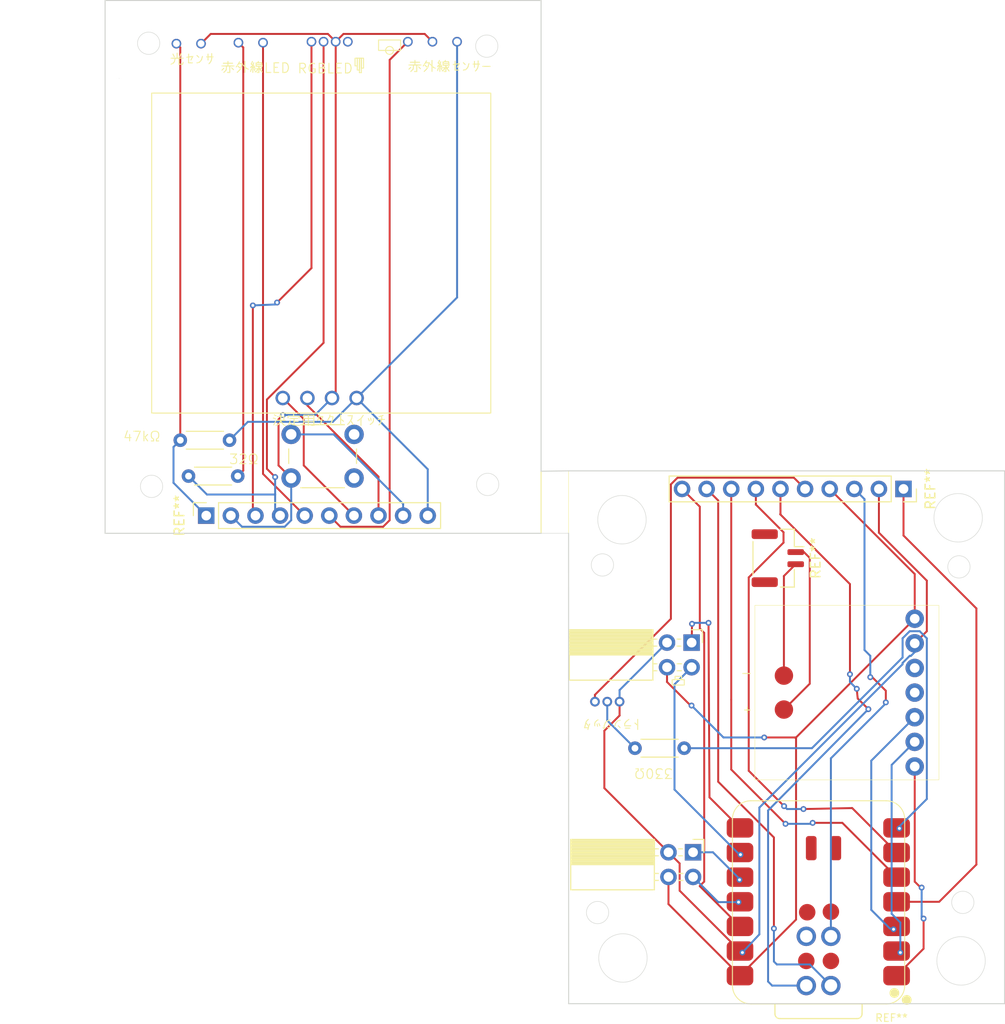
<source format=kicad_pcb>
(kicad_pcb (version 20240108) (generator "pcbnew") (generator_version "8.0")
  (layers (0 "F.Cu" signal) (31 "B.Cu" signal) (34 "B.Paste" user) (35 "F.Paste" user) (36 "B.SilkS" user "B.Silkscreen") (37 "F.SilkS" user "F.Silkscreen") (38 "B.Mask" user) (39 "F.Mask" user) (44 "Edge.Cuts" user))
  (net 0 "")
  (net 1 "5V")
  (net 2 "GND")
  (net 3 "1")
  (net 4 "2")
  (net 5 "3")
  (net 6 "4")
  (net 7 "5")
  (net 8 "6")
  (net 9 "7")
  (net 10 "8")
  (net 11 "9")
  (net 12 "10")
  (net 13 "11")
  (net 14 "IR")
  (net 15 "R_LED")
  (net 16 "A_GND")
  (net 17 "A_V")
  (net 18 "3.3V")
  (net 19 "R_T")
  (net 20 "13")
  (net 21 "14")
  (net 22 "15")
  (footprint "Resistor_THT:R_Axial_DIN0204_L3.6mm_D1.6mm_P5.08mm_Horizontal" (layer "F.Cu") (at 84.06 82.8)
    (property "Reference" "REF**" (hide yes))
    (property "Value" "R_Axial_DIN0204_L3.6mm_D1.6mm_P5.08mm_Horizontal")
    (pad "1" thru_hole circle (at 0 0) (size 1.4 1.4) (drill 0.7) (layers "*.Cu" "*.Mask") (net 1 "5V"))
    (pad "2" thru_hole oval (at 5.08 0) (size 1.4 1.4) (drill 0.7) (layers "*.Cu" "*.Mask") (net 15 "R_LED"))
  )
  (footprint "_kicad_footprints:XIAO-ESP32C6-SMD" (layer "F.Cu") (at 148.865 126.725 180)
    (property "Reference" "REF**" (at -9.5 -11.5 0) (layer "F.SilkS") (effects (font (size 0.78232 0.78232) (thickness 0.10668)) (justify right top)))
    (property "Value" "XIAO-ESP32-C6-SMD")
    (pad "1" smd roundrect (at -8.2816 -7.5985 180) (size 2.75 2) (layers "F.Cu" "F.Paste" "F.Mask") (net 3 "1"))
    (pad "2" smd roundrect (at -8.2816 -5.0585 180) (size 2.75 2) (layers "F.Cu" "F.Paste" "F.Mask") (net 4 "2"))
    (pad "3" smd roundrect (at -8.2816 -2.5185 180) (size 2.75 2) (layers "F.Cu" "F.Paste" "F.Mask") (net 5 "3"))
    (pad "4" smd roundrect (at -8.2816 0.0215 180) (size 2.75 2) (layers "F.Cu" "F.Paste" "F.Mask") (net 6 "4"))
    (pad "5" smd roundrect (at -8.2816 2.5615 180) (size 2.75 2) (layers "F.Cu" "F.Paste" "F.Mask") (net 7 "5"))
    (pad "6" smd roundrect (at -8.2816 5.1015 180) (size 2.75 2) (layers "F.Cu" "F.Paste" "F.Mask") (net 8 "6"))
    (pad "7" smd roundrect (at -8.2816 7.6415 180) (size 2.75 2) (layers "F.Cu" "F.Paste" "F.Mask") (net 9 "7"))
    (pad "8" smd roundrect (at 7.8834 7.6415 180) (size 2.75 2) (layers "F.Cu" "F.Paste" "F.Mask") (net 10 "8"))
    (pad "9" smd roundrect (at 7.8834 5.1015 180) (size 2.75 2) (layers "F.Cu" "F.Paste" "F.Mask") (net 11 "9"))
    (pad "10" smd roundrect (at 7.8834 2.5615 180) (size 2.75 2) (layers "F.Cu" "F.Paste" "F.Mask") (net 12 "10"))
    (pad "11" smd roundrect (at 7.8834 0.0215 180) (size 2.75 2) (layers "F.Cu" "F.Paste" "F.Mask") (net 13 "11"))
    (pad "12" smd roundrect (at 7.8834 -2.5185 180) (size 2.75 2) (layers "F.Cu" "F.Paste" "F.Mask") (net 18 "3.3V"))
    (pad "13" smd roundrect (at 7.8834 -5.0585 180) (size 2.75 2) (layers "F.Cu" "F.Paste" "F.Mask") (net 2 "GND"))
    (pad "14" smd roundrect (at 7.8834 -7.5985 180) (size 2.75 2) (layers "F.Cu" "F.Paste" "F.Mask") (net 1 "5V"))
    (pad "15" smd roundrect (at -2.008 5.5532 90) (size 2.5 1.1) (layers "F.Cu" "F.Paste" "F.Mask"))
    (pad "16" smd roundrect (at 0.532 5.5532 90) (size 2.5 1.1) (layers "F.Cu" "F.Paste" "F.Mask"))
    (pad "17" thru_hole circle (at -1.5 -8.62 180) (size 2 2) (drill 1.3) (layers "*.Cu" "*.Mask") (net 20 "13"))
    (pad "18" thru_hole circle (at 1.04 -8.62 180) (size 2 2) (drill 1.3) (layers "*.Cu" "*.Mask") (net 21 "14"))
    (pad "19" smd circle (at -1.5 -6.08 180) (size 1.7 1.7) (layers "F.Cu" "F.Paste" "F.Mask"))
    (pad "20" smd circle (at 1.04 -6.08 180) (size 1.7 1.7) (layers "F.Cu" "F.Paste" "F.Mask"))
    (pad "21" thru_hole circle (at -1.5 -3.54 180) (size 2 2) (drill 1.3) (layers "*.Cu" "*.Mask") (net 22 "15"))
    (pad "22" thru_hole circle (at 1.04 -3.54 180) (size 2 2) (drill 1.3) (layers "*.Cu" "*.Mask"))
    (pad "23" smd circle (at -1.5 -1 180) (size 1.7 1.7) (layers "F.Cu" "F.Paste" "F.Mask"))
    (pad "24" smd circle (at 0.9474 -1.0568 180) (size 1.7 1.7) (layers "F.Cu" "F.Paste" "F.Mask"))
  )
  (footprint "" (layer "F.Cu") (at 98.87 74.75)
    (property "Reference" "15" (hide yes))
    (property "Value" "")
    (pad "" thru_hole circle (at 0 0 180) (size 1.5 1.5) (drill 1) (layers "*.Cu" "*.Mask") (net 2 "GND"))
  )
  (footprint "Resistor_THT:R_Axial_DIN0204_L3.6mm_D1.6mm_P5.08mm_Horizontal" (layer "F.Cu") (at 88.29 79.1 180)
    (property "Reference" "REF**" (hide yes))
    (property "Value" "R_Axial_DIN0204_L3.6mm_D1.6mm_P5.08mm_Horizontal")
    (pad "1" thru_hole circle (at 0 0 180) (size 1.4 1.4) (drill 0.7) (layers "*.Cu" "*.Mask") (net 18 "3.3V"))
    (pad "2" thru_hole oval (at 5.08 0 180) (size 1.4 1.4) (drill 0.7) (layers "*.Cu" "*.Mask") (net 6 "4"))
  )
  (footprint "" (layer "F.Cu") (at 96.75 38)
    (property "Reference" "" (at 33.34 58.975 180) (layer "F.SilkS") (effects (font (size 1.27 1.27))))
    (property "Value" "")
    (pad "" thru_hole circle (at 0 0 180) (size 1 1) (drill 0.7) (layers "*.Cu" "*.Mask") (net 22 "15"))
  )
  (footprint "Connector_PinSocket_2.54mm:PinSocket_1x10_P2.54mm_Vertical" (layer "F.Cu") (at 157.86 84.125 -90)
    (property "Reference" "REF**" (at 0 -2.77 90) (layer "F.SilkS"))
    (property "Value" "PinSocket_1x10_P2.54mm_Vertical")
    (pad "" thru_hole oval (at 0 7.62 270) (size 1.7 1.7) (drill 1) (layers "*.Cu" "*.Mask") (net 1 "5V"))
    (pad "1" thru_hole rect (at 0 0 270) (size 1.7 1.7) (drill 1) (layers "*.Cu" "*.Mask") (net 6 "4"))
    (pad "2" thru_hole oval (at 0 2.54 270) (size 1.7 1.7) (drill 1) (layers "*.Cu" "*.Mask") (net 2 "GND"))
    (pad "3" thru_hole oval (at 0 5.08 270) (size 1.7 1.7) (drill 1) (layers "*.Cu" "*.Mask") (net 22 "15"))
    (pad "5" thru_hole oval (at 0 10.16 270) (size 1.7 1.7) (drill 1) (layers "*.Cu" "*.Mask") (net 14 "IR"))
    (pad "6" thru_hole oval (at 0 12.7 270) (size 1.7 1.7) (drill 1) (layers "*.Cu" "*.Mask") (net 21 "14"))
    (pad "7" thru_hole oval (at 0 15.24 270) (size 1.7 1.7) (drill 1) (layers "*.Cu" "*.Mask") (net 8 "6"))
    (pad "8" thru_hole oval (at 0 17.78 270) (size 1.7 1.7) (drill 1) (layers "*.Cu" "*.Mask") (net 7 "5"))
    (pad "9" thru_hole oval (at 0 20.32 270) (size 1.7 1.7) (drill 1) (layers "*.Cu" "*.Mask") (net 20 "13"))
    (pad "10" thru_hole oval (at 0 22.86 270) (size 1.7 1.7) (drill 1) (layers "*.Cu" "*.Mask") (net 18 "3.3V"))
  )
  (footprint "Connector_PinSocket_2.54mm:PinSocket_2x02_P2.54mm_Horizontal" (layer "F.Cu") (at 136.14 121.6)
    (property "Reference" "dadada" (hide yes))
    (property "Value" "PinSocket_2x02_P2.54mm_Horizontal")
    (pad "1" thru_hole rect (at 0 0) (size 1.7 1.7) (drill 1) (layers "*.Cu" "*.Mask") (net 12 "10"))
    (pad "2" thru_hole oval (at -2.54 0) (size 1.7 1.7) (drill 1) (layers "*.Cu" "*.Mask") (net 2 "GND"))
    (pad "3" thru_hole oval (at 0 2.54) (size 1.7 1.7) (drill 1) (layers "*.Cu" "*.Mask") (net 13 "11"))
    (pad "4" thru_hole oval (at -2.54 2.54) (size 1.7 1.7) (drill 1) (layers "*.Cu" "*.Mask") (net 1 "5V"))
  )
  (footprint "" (layer "F.Cu") (at 128.5516 106.0635 180)
    (property "Reference" "" (at 0 0 0) (layer "F.SilkS") (effects (font (size 1.27 1.27))))
    (property "Value" "")
    (pad "" thru_hole circle (at 0 0) (size 1 1) (drill 0.6) (layers "*.Cu" "*.Mask") (net 2 "GND"))
  )
  (footprint "Button_Switch_THT:SW_PUSH_6mm_H4.3mm" (layer "F.Cu") (at 94.65 78.5)
    (property "Reference" "REF**" (hide yes))
    (property "Value" "SW_PUSH_6mm_H4.3mm")
    (pad "1" thru_hole circle (at 0 0 90) (size 2 2) (drill 1.1) (layers "*.Cu" "*.Mask") (net 20 "13"))
    (pad "1" thru_hole circle (at 6.5 0 90) (size 2 2) (drill 1.1) (layers "*.Cu" "*.Mask"))
    (pad "2" thru_hole circle (at 0 4.5 90) (size 2 2) (drill 1.1) (layers "*.Cu" "*.Mask") (net 2 "GND"))
    (pad "2" thru_hole circle (at 6.5 4.5 90) (size 2 2) (drill 1.1) (layers "*.Cu" "*.Mask"))
  )
  (footprint "" (layer "F.Cu") (at 144.665 111.579 -90)
    (property "Reference" "5" (hide yes))
    (property "Value" "" (hide yes))
    (pad "6" thru_hole circle (at -1.369 -14.35 90) (size 1.9 1.9) (drill 1) (layers "*.Cu" "*.Mask") (net 4 "2"))
  )
  (footprint "" (layer "F.Cu") (at 100.5 38)
    (property "Reference" "13" (hide yes))
    (property "Value" "")
    (pad "" thru_hole circle (at 0 0 180) (size 1 1) (drill 0.7) (layers "*.Cu" "*.Mask"))
  )
  (footprint "" (layer "F.Cu") (at 127.2816 106.0635 180)
    (property "Reference" "8" (hide yes))
    (property "Value" "")
    (pad "" thru_hole circle (at 0 0) (size 1 1) (drill 0.6) (layers "*.Cu" "*.Mask") (net 19 "R_T"))
  )
  (footprint "" (layer "F.Cu") (at 132.34 107.698 -90)
    (property "Reference" "7" (hide yes))
    (property "Value" "" (hide yes))
    (pad "6" smd circle (at -0.819 -13.175 90) (size 1.9 1.9) (layers "F.Cu" "F.Mask") (net 16 "A_GND"))
  )
  (footprint "" (layer "F.Cu") (at 126.0116 106.0635 180)
    (property "Reference" "9" (hide yes))
    (property "Value" "")
    (pad "" thru_hole circle (at 0 0) (size 1 1) (drill 0.6) (layers "*.Cu" "*.Mask") (net 14 "IR"))
  )
  (footprint "" (layer "F.Cu") (at 144.665 103.959 -90)
    (property "Reference" "2" (hide yes))
    (property "Value" "" (hide yes))
    (pad "6" thru_hole circle (at -1.369 -14.35 90) (size 1.9 1.9) (drill 1) (layers "*.Cu" "*.Mask"))
  )
  (footprint "" (layer "F.Cu") (at 101.41 74.75)
    (property "Reference" "16" (hide yes))
    (property "Value" "")
    (pad "" thru_hole circle (at 0 0 180) (size 1.5 1.5) (drill 1) (layers "*.Cu" "*.Mask") (net 18 "3.3V"))
  )
  (footprint "" (layer "F.Cu") (at 91.75 38.1)
    (property "Reference" "10" (hide yes))
    (property "Value" "")
    (pad "" thru_hole circle (at 0 0 180) (size 1 1) (drill 0.7) (layers "*.Cu" "*.Mask") (net 14 "IR"))
  )
  (footprint "" (layer "F.Cu") (at 93.79 74.75)
    (property "Reference" "" (at 0.16 0.425 0) (layer "F.SilkS") (effects (font (size 1.27 1.27))))
    (property "Value" "")
    (pad "" thru_hole circle (at 0 0 180) (size 1.5 1.5) (drill 1) (layers "*.Cu" "*.Mask") (net 8 "6"))
  )
  (footprint "" (layer "F.Cu") (at 98 38)
    (property "Reference" "11" (hide yes))
    (property "Value" "")
    (pad "" thru_hole circle (at 0 0 180) (size 1 1) (drill 0.7) (layers "*.Cu" "*.Mask") (net 1 "5V"))
  )
  (footprint "" (layer "F.Cu") (at 144.665 106.499 -90)
    (property "Reference" "3" (hide yes))
    (property "Value" "" (hide yes))
    (pad "6" thru_hole circle (at -1.369 -14.35 90) (size 1.9 1.9) (drill 1) (layers "*.Cu" "*.Mask"))
  )
  (footprint "" (layer "F.Cu") (at 132.34 104.198 -90)
    (property "Reference" "2" (hide yes))
    (property "Value" "" (hide yes))
    (pad "6" smd circle (at -0.819 -13.175 90) (size 1.9 1.9) (layers "F.Cu" "F.Mask") (net 17 "A_V"))
  )
  (footprint "" (layer "F.Cu") (at 144.665 109.039 -90)
    (property "Reference" "4" (hide yes))
    (property "Value" "" (hide yes))
    (pad "6" thru_hole circle (at -1.369 -14.35 90) (size 1.9 1.9) (drill 1) (layers "*.Cu" "*.Mask") (net 5 "3"))
  )
  (footprint "" (layer "F.Cu") (at 82.81 38.2)
    (property "Reference" "" (at 0 0 0) (layer "F.SilkS") (effects (font (size 1.27 1.27))))
    (property "Value" "")
    (pad "" thru_hole circle (at 0 0 180) (size 1 1) (drill 0.7) (layers "*.Cu" "*.Mask") (net 6 "4"))
  )
  (footprint "" (layer "F.Cu") (at 96.33 74.75)
    (property "Reference" "14" (hide yes))
    (property "Value" "")
    (pad "" thru_hole circle (at 0 0 180) (size 1.5 1.5) (drill 1) (layers "*.Cu" "*.Mask") (net 7 "5"))
  )
  (footprint "" (layer "F.Cu") (at 144.665 101.419 -90)
    (property "Reference" "1" (hide yes))
    (property "Value" "" (hide yes))
    (pad "6" thru_hole circle (at -1.369 -14.35 90) (size 1.9 1.9) (drill 1) (layers "*.Cu" "*.Mask") (net 2 "GND"))
  )
  (footprint "" (layer "F.Cu") (at 99.25 38)
    (property "Reference" "12" (hide yes))
    (property "Value" "")
    (pad "" thru_hole circle (at 0 0 180) (size 1 1) (drill 0.7) (layers "*.Cu" "*.Mask") (net 2 "GND"))
  )
  (footprint "Resistor_THT:R_Axial_DIN0204_L3.6mm_D1.6mm_P5.08mm_Horizontal" (layer "F.Cu") (at 135.2216 110.8635 180)
    (property "Reference" "REF**" (hide yes))
    (property "Value" "R_Axial_DIN0204_L3.6mm_D1.6mm_P5.08mm_Horizontal")
    (pad "1" thru_hole circle (at 0 0 180) (size 1.4 1.4) (drill 0.7) (layers "*.Cu" "*.Mask") (net 9 "7"))
    (pad "2" thru_hole oval (at 5.08 0 180) (size 1.4 1.4) (drill 0.7) (layers "*.Cu" "*.Mask") (net 19 "R_T"))
  )
  (footprint "" (layer "F.Cu") (at 106.7 38)
    (property "Reference" "" (at 0 0 0) (layer "F.SilkS") (effects (font (size 1.27 1.27))))
    (property "Value" "")
    (pad "" thru_hole circle (at 0 0 180) (size 1 1) (drill 0.7) (layers "*.Cu" "*.Mask") (net 21 "14"))
  )
  (footprint "" (layer "F.Cu") (at 144.665 98.879 -90)
    (property "Reference" "" (at 0 0 90) (layer "F.SilkS") (effects (font (size 1.27 1.27))))
    (property "Value" "")
    (pad "6" thru_hole circle (at -1.369 -14.35 90) (size 1.9 1.9) (drill 1) (layers "*.Cu" "*.Mask") (net 1 "5V"))
  )
  (footprint "Connector_PinSocket_2.54mm:PinSocket_1x10_P2.54mm_Vertical" (layer "F.Cu") (at 85.89 86.875 90)
    (property "Reference" "REF**" (at 0 -2.77 90) (layer "F.SilkS"))
    (property "Value" "PinSocket_1x10_P2.54mm_Vertical")
    (pad "" thru_hole oval (at 0 7.62 90) (size 1.7 1.7) (drill 1) (layers "*.Cu" "*.Mask") (net 1 "5V"))
    (pad "1" thru_hole rect (at 0 0 90) (size 1.7 1.7) (drill 1) (layers "*.Cu" "*.Mask") (net 6 "4"))
    (pad "2" thru_hole oval (at 0 2.54 90) (size 1.7 1.7) (drill 1) (layers "*.Cu" "*.Mask") (net 2 "GND"))
    (pad "3" thru_hole oval (at 0 5.08 90) (size 1.7 1.7) (drill 1) (layers "*.Cu" "*.Mask") (net 22 "15"))
    (pad "5" thru_hole oval (at 0 10.16 90) (size 1.7 1.7) (drill 1) (layers "*.Cu" "*.Mask") (net 14 "IR"))
    (pad "6" thru_hole oval (at 0 12.7 90) (size 1.7 1.7) (drill 1) (layers "*.Cu" "*.Mask") (net 21 "14"))
    (pad "7" thru_hole oval (at 0 15.24 90) (size 1.7 1.7) (drill 1) (layers "*.Cu" "*.Mask") (net 8 "6"))
    (pad "8" thru_hole oval (at 0 17.78 90) (size 1.7 1.7) (drill 1) (layers "*.Cu" "*.Mask") (net 7 "5"))
    (pad "9" thru_hole oval (at 0 20.32 90) (size 1.7 1.7) (drill 1) (layers "*.Cu" "*.Mask") (net 20 "13"))
    (pad "10" thru_hole oval (at 0 22.86 90) (size 1.7 1.7) (drill 1) (layers "*.Cu" "*.Mask") (net 18 "3.3V"))
  )
  (footprint "Connector_PinSocket_2.54mm:PinSocket_2x02_P2.54mm_Horizontal" (layer "F.Cu") (at 135.99 99.975)
    (property "Reference" "dawdad" (hide yes))
    (property "Value" "PinSocket_2x02_P2.54mm_Horizontal")
    (pad "1" thru_hole rect (at 0 0) (size 1.7 1.7) (drill 1) (layers "*.Cu" "*.Mask") (net 10 "8"))
    (pad "2" thru_hole oval (at -2.54 0) (size 1.7 1.7) (drill 1) (layers "*.Cu" "*.Mask") (net 2 "GND"))
    (pad "2" thru_hole oval (at -2.54 2.54) (size 1.7 1.7) (drill 1) (layers "*.Cu" "*.Mask") (net 1 "5V"))
    (pad "eeeeee" thru_hole oval (at 0 2.54) (size 1.7 1.7) (drill 1) (layers "*.Cu" "*.Mask") (net 11 "9"))
  )
  (footprint "Connector_JST:JST_GH_SM02B-GHS-TB_1x02-1MP_P1.25mm_Horizontal" (layer "F.Cu") (at 144.8816 91.2635 -90)
    (property "Reference" "REF**" (at 0 -3.9 90) (layer "F.SilkS"))
    (property "Value" "JST_GH_SM02B-GHS-TB_1x02-1MP_P1.25mm_Horizontal")
    (pad "1" smd roundrect (at -0.625 -1.85 270) (size 0.6 1.7) (layers "F.Cu" "F.Paste" "F.Mask") (net 16 "A_GND"))
    (pad "2" smd roundrect (at 0.625 -1.85 270) (size 0.6 1.7) (layers "F.Cu" "F.Paste" "F.Mask") (net 17 "A_V"))
    (pad "MP" smd roundrect (at -2.475 1.35 270) (size 1 2.7) (layers "F.Cu" "F.Paste" "F.Mask"))
    (pad "MP" smd roundrect (at 2.475 1.35 270) (size 1 2.7) (layers "F.Cu" "F.Paste" "F.Mask"))
  )
  (footprint "" (layer "F.Cu") (at 109.24 38)
    (property "Reference" "17" (hide yes))
    (property "Value" "")
    (pad "" thru_hole circle (at 0 0 180) (size 1 1) (drill 0.7) (layers "*.Cu" "*.Mask") (net 2 "GND"))
  )
  (footprint "" (layer "F.Cu") (at 85.35 38.2)
    (property "Reference" "" (at 0 0 0) (layer "F.SilkS") (effects (font (size 1.27 1.27))))
    (property "Value" "")
    (pad "" thru_hole circle (at 0 0 180) (size 1 1) (drill 0.7) (layers "*.Cu" "*.Mask") (net 2 "GND"))
  )
  (footprint "" (layer "F.Cu") (at 111.78 38)
    (property "Reference" "18" (hide yes))
    (property "Value" "")
    (pad "" thru_hole circle (at 0 0 180) (size 1 1) (drill 0.7) (layers "*.Cu" "*.Mask") (net 18 "3.3V"))
  )
  (footprint "" (layer "F.Cu") (at 89.21 38.1)
    (property "Reference" "" (at 0 0 0) (layer "F.SilkS") (effects (font (size 1.27 1.27))))
    (property "Value" "")
    (pad "" thru_hole circle (at 0 0 180) (size 1 1) (drill 0.7) (layers "*.Cu" "*.Mask" "Eco2.User") (net 15 "R_LED"))
  )
  (footprint "" (layer "F.Cu") (at 144.665 114.119 -90)
    (property "Reference" "6" (hide yes))
    (property "Value" "")
    (pad "6" thru_hole circle (at -1.369 -14.35 90) (size 1.9 1.9) (drill 1) (layers "*.Cu" "*.Mask") (net 3 "1"))
  )
  (gr_rect (start 101.475 39.7) (end 101.7 40.925) (stroke (width 0.1)) (fill none) (layer "F.SilkS"))
  (gr_rect (start 133.98 103.8) (end 135.23 104.35) (stroke (width 0.1)) (fill none) (layer "F.SilkS"))
  (gr_rect (start 134.28 103.45) (end 134.955 103.75) (stroke (width 0.1)) (fill none) (layer "F.SilkS"))
  (gr_rect (start 101.25 39.7) (end 101.475 40.5) (stroke (width 0.1)) (fill none) (layer "F.SilkS"))
  (gr_rect (start 142.515 96.129) (end 161.515 114.129) (stroke (width 0.05)) (fill none) (layer "F.SilkS"))
  (gr_line (start 123.288227 88.700002) (end 123.287328 82.260001) (stroke (width 0.05)) (layer "F.SilkS"))
  (gr_rect (start 80.26 43.3) (end 115.26 76.3) (stroke (width 0.1)) (fill none) (layer "F.SilkS"))
  (gr_circle (center 104.8125 38.9) (end 104.975 38.525) (stroke (width 0.1)) (fill none) (layer "F.SilkS"))
  (gr_rect (start 101.7 39.7) (end 101.9 41.2) (stroke (width 0.1)) (fill none) (layer "F.SilkS"))
  (gr_rect (start 101.9 39.7) (end 102.125 40.725) (stroke (width 0.1)) (fill none) (layer "F.SilkS"))
  (gr_rect (start 103.675 37.825) (end 105.95 38.9) (stroke (width 0.1)) (fill none) (layer "F.SilkS"))
  (gr_line (start 120.45 82.3) (end 120.45 88.7) (stroke (width 0.1)) (layer "F.SilkS"))
  (gr_circle (center 128.8 87.3) (end 126.3 87.3) (stroke (width 0.05)) (fill none) (layer "Edge.Cuts"))
  (gr_line (start 120.45 88.7) (end 75.45 88.7) (stroke (width 0.1)) (layer "Edge.Cuts"))
  (gr_circle (center 114.937328 83.660001) (end 113.787328 83.660001) (stroke (width 0.05)) (fill none) (layer "Edge.Cuts"))
  (gr_line (start 168.295 82.260001) (end 168.295 137.21) (stroke (width 0.1)) (layer "Edge.Cuts"))
  (gr_line (start 123.295 137.21) (end 123.288227 88.700002) (stroke (width 0.1)) (layer "Edge.Cuts"))
  (gr_line (start 120.45 82.3) (end 123.287328 82.260001) (stroke (width 0.1)) (layer "Edge.Cuts"))
  (gr_circle (center 80.245 83.860001) (end 79.095 83.860001) (stroke (width 0.05)) (fill none) (layer "Edge.Cuts"))
  (gr_line (start 76.9 41.775) (end 76.9 41.775) (stroke (width 0.05)) (layer "Edge.Cuts"))
  (gr_line (start 168.295 137.21) (end 123.295 137.21) (stroke (width 0.1)) (layer "Edge.Cuts"))
  (gr_circle (center 79.945 38.16) (end 78.795 38.16) (stroke (width 0.05)) (fill none) (layer "Edge.Cuts"))
  (gr_circle (center 163.5 87.1) (end 161 87.1) (stroke (width 0.05)) (fill none) (layer "Edge.Cuts"))
  (gr_circle (center 126.7816 91.9635) (end 127.9316 91.9635) (stroke (width 0.05)) (fill none) (layer "Edge.Cuts"))
  (gr_line (start 120.45 33.75) (end 120.45 82.3) (stroke (width 0.1)) (layer "Edge.Cuts"))
  (gr_line (start 123.288227 88.700002) (end 120.45 88.7) (stroke (width 0.05)) (layer "Edge.Cuts"))
  (gr_circle (center 128.9 132.5) (end 126.4 132.5) (stroke (width 0.05)) (fill none) (layer "Edge.Cuts"))
  (gr_line (start 123.287328 82.260001) (end 168.295 82.260001) (stroke (width 0.1)) (layer "Edge.Cuts"))
  (gr_circle (center 126.2816 127.8135) (end 127.4316 127.8135) (stroke (width 0.05)) (fill none) (layer "Edge.Cuts"))
  (gr_circle (center 163.8 132.8) (end 161.3 132.8) (stroke (width 0.05)) (fill none) (layer "Edge.Cuts"))
  (gr_circle (center 163.9816 126.7635) (end 165.1316 126.7635) (stroke (width 0.05)) (fill none) (layer "Edge.Cuts"))
  (gr_line (start 75.45 33.75) (end 120.45 33.75) (stroke (width 0.1)) (layer "Edge.Cuts"))
  (gr_circle (center 163.5816 92.1635) (end 164.7316 92.1635) (stroke (width 0.05)) (fill none) (layer "Edge.Cuts"))
  (gr_line (start 75.45 88.7) (end 75.45 33.75) (stroke (width 0.1)) (layer "Edge.Cuts"))
  (gr_circle (center 114.845 38.46) (end 113.695 38.46) (stroke (width 0.05)) (fill none) (layer "Edge.Cuts"))
  (gr_text "-" (at 142.34 102.65 180) (layer "F.SilkS") (effects (font (size 1 1) (thickness 0.1)) (justify left bottom)))
  (gr_text "＋" (at 142.34 106.225 180) (layer "F.SilkS") (effects (font (size 1 1) (thickness 0.1)) (justify left bottom)))
  (gr_text "決定用タクトスイッチ" (at 92.65 77.7 0) (layer "F.SilkS") (effects (font (size 1 1) (thickness 0.1)) (justify left bottom)))
  (gr_text "光センサ" (at 82.1 40.45 0) (layer "F.SilkS") (effects (font (size 1 1) (thickness 0.1)) (justify left bottom)))
  (gr_text "赤外線LED" (at 87.35 41.3 0) (layer "F.SilkS") (effects (font (size 1 1) (thickness 0.1)) (justify left bottom)))
  (gr_text "330Ω" (at 134.1166 112.8635 180) (layer "F.SilkS") (effects (font (size 1 1) (thickness 0.1)) (justify left bottom)))
  (gr_text "47kΩ" (at 77.25 79.3 0) (layer "F.SilkS") (effects (font (size 1 1) (thickness 0.1)) (justify left bottom)))
  (gr_text "RGBLED" (at 95.25 41.35 0) (layer "F.SilkS") (effects (font (size 1 1) (thickness 0.1)) (justify left bottom)))
  (gr_text "赤外線センサー" (at 106.65 41.2 0) (layer "F.SilkS") (effects (font (size 1 1) (thickness 0.1)) (justify left bottom)))
  (gr_text "32Ω" (at 88.195 81.65 0) (layer "F.SilkS") (effects (font (size 1 1) (thickness 0.1)) (justify left bottom)))
  (gr_text "トランジッタ" (at 131.0116 107.7135 180) (layer "F.SilkS") (effects (font (size 1 1) (thickness 0.1)) (justify left bottom)))
  (segment (start 93 82.9) (end 92.9 82.8) (width 0.2) (layer "F.Cu") (net 1))
  (segment (start 135.9816 106.5635) (end 135.8816 106.4635) (width 0.2) (layer "F.Cu") (net 1))
  (segment (start 98 69.055075) (end 92.15 74.905075) (width 0.2) (layer "F.Cu") (net 1))
  (segment (start 140.9816 134.3235) (end 133.6 126.9419) (width 0.2) (layer "F.Cu") (net 1))
  (segment (start 133.6 126.9419) (end 133.6 124.14) (width 0.2) (layer "F.Cu") (net 1))
  (segment (start 135.9816 106.4635) (end 135.9816 106.5635) (width 0.2) (layer "F.Cu") (net 1))
  (segment (start 135.8816 106.4635) (end 135.9816 106.4635) (width 0.2) (layer "F.Cu") (net 1))
  (segment (start 92.15 82.05) (end 93 82.9) (width 0.2) (layer "F.Cu") (net 1))
  (segment (start 143.4816 109.7574) (end 146.6615 109.7574) (width 0.2) (layer "F.Cu") (net 1))
  (segment (start 98 38) (end 98 69.055075) (width 0.2) (layer "F.Cu") (net 1))
  (segment (start 92.15 74.905075) (end 92.15 82.05) (width 0.2) (layer "F.Cu") (net 1))
  (segment (start 146.7676 128.5375) (end 146.7676 109.8635) (width 0.2) (layer "F.Cu") (net 1))
  (segment (start 146.7676 109.7574) (end 159.015 97.51) (width 0.2) (layer "F.Cu") (net 1))
  (segment (start 133.45 104.0319) (end 135.8816 106.4635) (width 0.2) (layer "F.Cu") (net 1))
  (segment (start 159.015 97.51) (end 159.015 92.9) (width 0.2) (layer "F.Cu") (net 1))
  (segment (start 146.7676 109.8635) (end 146.7676 109.7574) (width 0.2) (layer "F.Cu") (net 1))
  (segment (start 159.015 92.9) (end 150.24 84.125) (width 0.2) (layer "F.Cu") (net 1))
  (segment (start 146.6615 109.7574) (end 146.7676 109.8635) (width 0.2) (layer "F.Cu") (net 1))
  (segment (start 140.9816 134.3235) (end 146.7676 128.5375) (width 0.2) (layer "F.Cu") (net 1))
  (segment (start 133.45 102.515) (end 133.45 104.0319) (width 0.2) (layer "F.Cu") (net 1))
  (via (at 143.4816 109.7574) (size 0.6) (drill 0.3) (layers "F.Cu" "B.Cu") (net 1))
  (via (at 135.9816 106.4635) (size 0.6) (drill 0.3) (layers "F.Cu" "B.Cu") (net 1))
  (via (at 93 82.9) (size 0.6) (drill 0.3) (layers "F.Cu" "B.Cu") (net 1))
  (segment (start 93 84.7) (end 93 86.365) (width 0.2) (layer "B.Cu") (net 1))
  (segment (start 93 86.365) (end 93.51 86.875) (width 0.2) (layer "B.Cu") (net 1))
  (segment (start 85.96 84.7) (end 93 84.7) (width 0.2) (layer "B.Cu") (net 1))
  (segment (start 143.4816 109.7574) (end 139.2755 109.7574) (width 0.2) (layer "B.Cu") (net 1))
  (segment (start 139.2755 109.7574) (end 135.9816 106.4635) (width 0.2) (layer "B.Cu") (net 1))
  (segment (start 84.06 82.8) (end 85.96 84.7) (width 0.2) (layer "B.Cu") (net 1))
  (segment (start 93 82.9) (end 93 84.7) (width 0.2) (layer "B.Cu") (net 1))
  (segment (start 93.35 81.7) (end 94.65 83) (width 0.2) (layer "F.Cu") (net 2))
  (segment (start 108.44 37.2) (end 109.24 38) (width 0.2) (layer "F.Cu") (net 2))
  (segment (start 93.35 76.95) (end 93.35 81.7) (width 0.2) (layer "F.Cu") (net 2))
  (segment (start 128.5516 107.4935) (end 128.5516 106.0635) (width 0.2) (layer "F.Cu") (net 2))
  (segment (start 99.25 38) (end 99.25 74.37) (width 0.2) (layer "F.Cu") (net 2))
  (segment (start 155.32 84.125) (end 155.32 88.639314) (width 0.2) (layer "F.Cu") (net 2))
  (segment (start 155.32 88.639314) (end 160.265 93.584314) (width 0.2) (layer "F.Cu") (net 2))
  (segment (start 140.9816 131.7835) (end 134.75 125.5519) (width 0.2) (layer "F.Cu") (net 2))
  (segment (start 100.05 37.2) (end 108.44 37.2) (width 0.2) (layer "F.Cu") (net 2))
  (segment (start 86.35 37.2) (end 98.45 37.2) (width 0.2) (layer "F.Cu") (net 2))
  (segment (start 85.35 38.2) (end 86.35 37.2) (width 0.2) (layer "F.Cu") (net 2))
  (segment (start 160.265 98.8) (end 159.015 100.05) (width 0.2) (layer "F.Cu") (net 2))
  (segment (start 93.8 76.5) (end 93.35 76.95) (width 0.2) (layer "F.Cu") (net 2))
  (segment (start 99.25 74.37) (end 98.87 74.75) (width 0.2) (layer "F.Cu") (net 2))
  (segment (start 134.75 125.5519) (end 134.75 122.75) (width 0.2) (layer "F.Cu") (net 2))
  (segment (start 160.265 93.584314) (end 160.265 98.8) (width 0.2) (layer "F.Cu") (net 2))
  (segment (start 99.25 38) (end 100.05 37.2) (width 0.2) (layer "F.Cu") (net 2))
  (segment (start 133.6 121.6) (end 126.9816 114.9816) (width 0.2) (layer "F.Cu") (net 2))
  (segment (start 98.45 37.2) (end 99.25 38) (width 0.2) (layer "F.Cu") (net 2))
  (segment (start 126.9816 109.0635) (end 128.5516 107.4935) (width 0.2) (layer "F.Cu") (net 2))
  (segment (start 126.9816 114.9816) (end 126.9816 109.0635) (width 0.2) (layer "F.Cu") (net 2))
  (segment (start 134.75 122.75) (end 133.6 121.6) (width 0.2) (layer "F.Cu") (net 2))
  (via (at 93.8 76.5) (size 0.6) (drill 0.3) (layers "F.Cu" "B.Cu") (net 2))
  (via (at 141.2316 131.938501) (size 0.6) (drill 0.3) (layers "F.Cu" "B.Cu") (net 2))
  (segment (start 141.2316 131.938501) (end 141.2816 131.7635) (width 0.2) (layer "B.Cu") (net 2))
  (segment (start 157.765 102.072233) (end 157.765 102.205101) (width 0.2) (layer "B.Cu") (net 2))
  (segment (start 94.66 83.01) (end 94.66 87.351346) (width 0.2) (layer "B.Cu") (net 2))
  (segment (start 157.765 102.205101) (end 142.9816 116.988501) (width 0.2) (layer "B.Cu") (net 2))
  (segment (start 128.5516 106.0635) (end 128.5516 104.8734) (width 0.2) (layer "B.Cu") (net 2))
  (segment (start 142.9816 130.0635) (end 141.2316 131.938501) (width 0.2) (layer "B.Cu") (net 2))
  (segment (start 128.5516 104.8734) (end 133.45 99.975) (width 0.2) (layer "B.Cu") (net 2))
  (segment (start 159.015 100.05) (end 159.015 100.955101) (width 0.2) (layer "B.Cu") (net 2))
  (segment (start 159.015 100.955101) (end 158.630101 101.34) (width 0.2) (layer "B.Cu") (net 2))
  (segment (start 98.87 74.75) (end 97.12 76.5) (width 0.2) (layer "B.Cu") (net 2))
  (segment (start 89.58 88.025) (end 88.43 86.875) (width 0.2) (layer "B.Cu") (net 2))
  (segment (start 94.66 87.351346) (end 93.986346 88.025) (width 0.2) (layer "B.Cu") (net 2))
  (segment (start 93.986346 88.025) (end 89.58 88.025) (width 0.2) (layer "B.Cu") (net 2))
  (segment (start 97.12 76.5) (end 93.8 76.5) (width 0.2) (layer "B.Cu") (net 2))
  (segment (start 142.9816 116.988501) (end 142.9816 130.0635) (width 0.2) (layer "B.Cu") (net 2))
  (segment (start 158.497233 101.34) (end 157.765 102.072233) (width 0.2) (layer "B.Cu") (net 2))
  (segment (start 94.65 83) (end 94.66 83.01) (width 0.2) (layer "B.Cu") (net 2))
  (segment (start 158.630101 101.34) (end 158.497233 101.34) (width 0.2) (layer "B.Cu") (net 2))
  (segment (start 159.6316 125.238501) (end 159.7316 125.238501) (width 0.2) (layer "F.Cu") (net 3))
  (segment (start 159.9316 131.5385) (end 159.9316 128.438501) (width 0.2) (layer "F.Cu") (net 3))
  (segment (start 159.015 112.75) (end 159.015 124.621901) (width 0.2) (layer "F.Cu") (net 3))
  (segment (start 159.7316 125.238501) (end 159.7316 125.338501) (width 0.2) (layer "F.Cu") (net 3))
  (segment (start 159.7316 125.338501) (end 159.7316 125.338501) (width 0.2) (layer "F.Cu") (net 3))
  (segment (start 159.015 124.621901) (end 159.6316 125.238501) (width 0.2) (layer "F.Cu") (net 3))
  (segment (start 157.1466 134.3235) (end 159.9316 131.5385) (width 0.2) (layer "F.Cu") (net 3))
  (segment (start 159.9316 128.438501) (end 159.9316 128.538501) (width 0.2) (layer "F.Cu") (net 3))
  (via (at 159.7316 125.238501) (size 0.6) (drill 0.3) (layers "F.Cu" "B.Cu") (net 3))
  (via (at 159.9316 128.438501) (size 0.6) (drill 0.3) (layers "F.Cu" "B.Cu") (net 3))
  (segment (start 159.7316 128.238501) (end 159.9316 128.438501) (width 0.2) (layer "B.Cu") (net 3))
  (segment (start 159.7316 125.238501) (end 159.7316 128.238501) (width 0.2) (layer "B.Cu") (net 3))
  (via (at 157.5316 131.938501) (size 0.6) (drill 0.3) (layers "F.Cu" "B.Cu") (net 4))
  (segment (start 157.5316 128.838501) (end 157.5316 131.938501) (width 0.2) (layer "B.Cu") (net 4))
  (segment (start 157.5316 131.938501) (end 157.5316 131.838501) (width 0.2) (layer "B.Cu") (net 4))
  (segment (start 156.6316 112.5934) (end 156.6316 127.938501) (width 0.2) (layer "B.Cu") (net 4))
  (segment (start 156.6316 127.938501) (end 157.5316 128.838501) (width 0.2) (layer "B.Cu") (net 4))
  (segment (start 159.015 110.21) (end 156.6316 112.5934) (width 0.2) (layer "B.Cu") (net 4))
  (via (at 156.8316 129.538501) (size 0.6) (drill 0.3) (layers "F.Cu" "B.Cu") (net 5))
  (segment (start 156.4316 129.438501) (end 156.8316 129.538501) (width 0.2) (layer "B.Cu") (net 5))
  (segment (start 156.8316 129.538501) (end 156.7316 129.438501) (width 0.2) (layer "B.Cu") (net 5))
  (segment (start 154.5316 112.1534) (end 154.5316 127.538501) (width 0.2) (layer "B.Cu") (net 5))
  (segment (start 159.015 107.67) (end 154.5316 112.1534) (width 0.2) (layer "B.Cu") (net 5))
  (segment (start 154.5316 127.538501) (end 156.4316 129.438501) (width 0.2) (layer "B.Cu") (net 5))
  (segment (start 83.21 79.1) (end 83.21 38.6) (width 0.2) (layer "F.Cu") (net 6))
  (segment (start 165.3816 122.8635) (end 161.5416 126.7035) (width 0.2) (layer "F.Cu") (net 6))
  (segment (start 83.21 38.6) (end 82.81 38.2) (width 0.2) (layer "F.Cu") (net 6))
  (segment (start 157.86 84.125) (end 157.86 88.928339) (width 0.2) (layer "F.Cu") (net 6))
  (segment (start 161.5416 126.7035) (end 157.1466 126.7035) (width 0.2) (layer "F.Cu") (net 6))
  (segment (start 165.3816 96.449939) (end 165.3816 122.8635) (width 0.2) (layer "F.Cu") (net 6))
  (segment (start 157.86 88.928339) (end 165.3816 96.449939) (width 0.2) (layer "F.Cu") (net 6))
  (segment (start 82.51 83.495) (end 82.51 79.8) (width 0.2) (layer "B.Cu") (net 6))
  (segment (start 82.51 79.8) (end 83.21 79.1) (width 0.2) (layer "B.Cu") (net 6))
  (segment (start 85.89 86.875) (end 82.51 83.495) (width 0.2) (layer "B.Cu") (net 6))
  (segment (start 96.33 75.518478) (end 96.33 74.75) (width 0.2) (layer "F.Cu") (net 7))
  (segment (start 151.5466 118.5635) (end 148.4816 118.5635) (width 0.2) (layer "F.Cu") (net 7))
  (segment (start 103.67 82.858478) (end 96.33 75.518478) (width 0.2) (layer "F.Cu") (net 7))
  (segment (start 140.08 113.0619) (end 145.6816 118.6635) (width 0.2) (layer "F.Cu") (net 7))
  (segment (start 148.4816 118.5635) (end 148.2816 118.5635) (width 0.2) (layer "F.Cu") (net 7))
  (segment (start 157.1466 124.1635) (end 151.5466 118.5635) (width 0.2) (layer "F.Cu") (net 7))
  (segment (start 140.08 105.8619) (end 140.08 113.0619) (width 0.2) (layer "F.Cu") (net 7))
  (segment (start 103.67 86.875) (end 103.67 82.858478) (width 0.2) (layer "F.Cu") (net 7))
  (segment (start 140.08 84.125) (end 140.08 105.8619) (width 0.2) (layer "F.Cu") (net 7))
  (via (at 145.6816 118.6635) (size 0.6) (drill 0.3) (layers "F.Cu" "B.Cu") (net 7))
  (via (at 148.4816 118.5635) (size 0.6) (drill 0.3) (layers "F.Cu" "B.Cu") (net 7))
  (segment (start 145.6816 118.6635) (end 148.3816 118.6635) (width 0.2) (layer "B.Cu") (net 7))
  (segment (start 148.3816 118.6635) (end 148.4816 118.5635) (width 0.2) (layer "B.Cu") (net 7))
  (segment (start 141.8816 113.188501) (end 145.5316 116.838501) (width 0.2) (layer "F.Cu") (net 8))
  (segment (start 145.473758 89.661598) (end 141.8816 93.253756) (width 0.2) (layer "F.Cu") (net 8))
  (segment (start 157.1466 121.6235) (end 152.561601 117.038501) (width 0.2) (layer "F.Cu") (net 8))
  (segment (start 141.8816 93.253756) (end 141.8816 113.188501) (width 0.2) (layer "F.Cu") (net 8))
  (segment (start 142.62 85.742156) (end 145.473758 88.595914) (width 0.2) (layer "F.Cu") (net 8))
  (segment (start 142.62 84.125) (end 142.62 85.742156) (width 0.2) (layer "F.Cu") (net 8))
  (segment (start 147.5316 117.138501) (end 147.6316 117.038501) (width 0.2) (layer "F.Cu") (net 8))
  (segment (start 101.13 86.875) (end 95.95 81.695) (width 0.2) (layer "F.Cu") (net 8))
  (segment (start 152.561601 117.038501) (end 147.5316 117.138501) (width 0.2) (layer "F.Cu") (net 8))
  (segment (start 145.473758 88.595914) (end 145.473758 89.661598) (width 0.2) (layer "F.Cu") (net 8))
  (segment (start 95.95 76.91) (end 93.79 74.75) (width 0.2) (layer "F.Cu") (net 8))
  (segment (start 95.95 81.695) (end 95.95 76.91) (width 0.2) (layer "F.Cu") (net 8))
  (via (at 145.5316 116.838501) (size 0.6) (drill 0.3) (layers "F.Cu" "B.Cu") (net 8))
  (via (at 147.5316 117.138501) (size 0.6) (drill 0.3) (layers "F.Cu" "B.Cu") (net 8))
  (segment (start 145.8316 117.138501) (end 145.5316 116.838501) (width 0.2) (layer "B.Cu") (net 8))
  (segment (start 147.5316 117.138501) (end 145.8316 117.138501) (width 0.2) (layer "B.Cu") (net 8))
  (via (at 157.4316 119.138501) (size 0.6) (drill 0.3) (layers "F.Cu" "B.Cu") (net 9))
  (segment (start 135.2216 110.8635) (end 148.406601 110.8635) (width 0.2) (layer "B.Cu") (net 9))
  (segment (start 157.765 99.532233) (end 158.497233 98.8) (width 0.2) (layer "B.Cu") (net 9))
  (segment (start 157.4316 118.938501) (end 157.4316 119.138501) (width 0.2) (layer "B.Cu") (net 9))
  (segment (start 160.265 99.532233) (end 160.265 116.105101) (width 0.2) (layer "B.Cu") (net 9))
  (segment (start 157.765 101.505101) (end 157.765 99.532233) (width 0.2) (layer "B.Cu") (net 9))
  (segment (start 160.265 116.105101) (end 157.4316 118.938501) (width 0.2) (layer "B.Cu") (net 9))
  (segment (start 148.406601 110.8635) (end 157.765 101.505101) (width 0.2) (layer "B.Cu") (net 9))
  (segment (start 158.497233 98.8) (end 159.532767 98.8) (width 0.2) (layer "B.Cu") (net 9))
  (segment (start 159.532767 98.8) (end 160.265 99.532233) (width 0.2) (layer "B.Cu") (net 9))
  (segment (start 137.7316 97.938501) (end 137.8316 97.938501) (width 0.2) (layer "F.Cu") (net 10))
  (segment (start 137.8316 115.9335) (end 137.7316 97.938501) (width 0.2) (layer "F.Cu") (net 10))
  (segment (start 140.9816 119.0835) (end 137.8316 115.9335) (width 0.2) (layer "F.Cu") (net 10))
  (segment (start 135.99 99.975) (end 136.0316 98.038501) (width 0.2) (layer "F.Cu") (net 10))
  (segment (start 136.0316 98.038501) (end 135.99 98.080101) (width 0.2) (layer "F.Cu") (net 10))
  (via (at 137.7316 97.938501) (size 0.6) (drill 0.3) (layers "F.Cu" "B.Cu") (net 10))
  (via (at 136.0316 98.038501) (size 0.6) (drill 0.3) (layers "F.Cu" "B.Cu") (net 10))
  (segment (start 136.1316 97.938501) (end 136.0316 98.038501) (width 0.2) (layer "B.Cu") (net 10))
  (segment (start 137.7316 97.938501) (end 136.1316 97.938501) (width 0.2) (layer "B.Cu") (net 10))
  (via (at 141.0316 121.838501) (size 0.6) (drill 0.3) (layers "F.Cu" "B.Cu") (net 11))
  (segment (start 134.2216 104.2834) (end 134.2216 115.128501) (width 0.2) (layer "B.Cu") (net 11))
  (segment (start 134.2216 115.128501) (end 140.9316 121.838501) (width 0.2) (layer "B.Cu") (net 11))
  (segment (start 141.0316 121.838501) (end 141.0316 121.938501) (width 0.2) (layer "B.Cu") (net 11))
  (segment (start 135.99 102.515) (end 134.2216 104.2834) (width 0.2) (layer "B.Cu") (net 11))
  (segment (start 140.9316 121.838501) (end 141.0316 121.838501) (width 0.2) (layer "B.Cu") (net 11))
  (segment (start 141.0316 121.938501) (end 140.9316 121.838501) (width 0.2) (layer "B.Cu") (net 11))
  (via (at 140.9316 124.438501) (size 0.6) (drill 0.3) (layers "F.Cu" "B.Cu") (net 12))
  (segment (start 136.14 121.6) (end 138.193099 121.6) (width 0.2) (layer "B.Cu") (net 12))
  (segment (start 140.9316 124.438501) (end 141.0316 124.438501) (width 0.2) (layer "B.Cu") (net 12))
  (segment (start 141.0316 124.438501) (end 140.9316 124.338501) (width 0.2) (layer "B.Cu") (net 12))
  (segment (start 140.9316 124.338501) (end 140.9316 124.438501) (width 0.2) (layer "B.Cu") (net 12))
  (segment (start 138.193099 121.6) (end 140.9316 124.338501) (width 0.2) (layer "B.Cu") (net 12))
  (via (at 140.8316 126.738501) (size 0.6) (drill 0.3) (layers "F.Cu" "B.Cu") (net 13))
  (segment (start 136.14 124.14) (end 138.738501 126.738501) (width 0.2) (layer "B.Cu") (net 13))
  (segment (start 138.738501 126.738501) (end 140.8316 126.738501) (width 0.2) (layer "B.Cu") (net 13))
  (segment (start 140.8316 126.738501) (end 140.7316 126.738501) (width 0.2) (layer "B.Cu") (net 13))
  (segment (start 133.85 97.517994) (end 133.85 83.648654) (width 0.2) (layer "F.Cu") (net 14))
  (segment (start 134.535154 82.9635) (end 146.5385 82.9635) (width 0.2) (layer "F.Cu") (net 14))
  (segment (start 133.85 83.648654) (end 134.535154 82.9635) (width 0.2) (layer "F.Cu") (net 14))
  (segment (start 126.0116 105.356394) (end 133.85 97.517994) (width 0.2) (layer "F.Cu") (net 14))
  (segment (start 91.75 38.1) (end 91.75 82.575) (width 0.2) (layer "F.Cu") (net 14))
  (segment (start 91.75 82.575) (end 96.05 86.875) (width 0.2) (layer "F.Cu") (net 14))
  (segment (start 126.0116 106.0635) (end 126.0116 105.356394) (width 0.2) (layer "F.Cu") (net 14))
  (segment (start 146.5385 82.9635) (end 147.7 84.125) (width 0.2) (layer "F.Cu") (net 14))
  (segment (start 89.709999 38.599999) (end 89.709999 82.230001) (width 0.2) (layer "F.Cu") (net 15))
  (segment (start 89.709999 82.230001) (end 89.14 82.8) (width 0.2) (layer "F.Cu") (net 15))
  (segment (start 89.21 38.1) (end 89.709999 38.599999) (width 0.2) (layer "F.Cu") (net 15))
  (segment (start 147.581599 90.6385) (end 146.7316 90.6385) (width 0.2) (layer "F.Cu") (net 16))
  (segment (start 148.1816 91.238501) (end 147.581599 90.6385) (width 0.2) (layer "F.Cu") (net 16))
  (segment (start 148.1816 104.2124) (end 148.1816 91.238501) (width 0.2) (layer "F.Cu") (net 16))
  (segment (start 145.515 106.879) (end 148.1816 104.2124) (width 0.2) (layer "F.Cu") (net 16))
  (segment (start 145.515 103.379) (end 145.515 93.1051) (width 0.2) (layer "F.Cu") (net 17))
  (segment (start 145.515 93.1051) (end 146.7316 91.8885) (width 0.2) (layer "F.Cu") (net 17))
  (segment (start 136.8316 98.5166) (end 136.8316 85.9566) (width 0.2) (layer "F.Cu") (net 18))
  (segment (start 136.8316 125.0935) (end 136.8316 125.074746) (width 0.2) (layer "F.Cu") (net 18))
  (segment (start 136.8316 85.9566) (end 135 84.125) (width 0.2) (layer "F.Cu") (net 18))
  (segment (start 140.9816 129.2435) (end 136.8316 125.0935) (width 0.2) (layer "F.Cu") (net 18))
  (segment (start 136.8316 125.074746) (end 137.29 124.616346) (width 0.2) (layer "F.Cu") (net 18))
  (segment (start 137.29 98.975) (end 136.8316 98.5166) (width 0.2) (layer "F.Cu") (net 18))
  (segment (start 137.29 124.616346) (end 137.29 98.975) (width 0.2) (layer "F.Cu") (net 18))
  (segment (start 90.19 77.2) (end 98.96 77.2) (width 0.2) (layer "B.Cu") (net 18))
  (segment (start 98.96 77.2) (end 101.41 74.75) (width 0.2) (layer "B.Cu") (net 18))
  (segment (start 111.78 38) (end 111.78 64.38) (width 0.2) (layer "B.Cu") (net 18))
  (segment (start 88.29 79.1) (end 90.19 77.2) (width 0.2) (layer "B.Cu") (net 18))
  (segment (start 108.75 82.09) (end 101.41 74.75) (width 0.2) (layer "B.Cu") (net 18))
  (segment (start 108.75 86.875) (end 108.75 82.09) (width 0.2) (layer "B.Cu") (net 18))
  (segment (start 111.78 64.38) (end 101.41 74.75) (width 0.2) (layer "B.Cu") (net 18))
  (segment (start 127.2816 108.0035) (end 127.2816 106.0635) (width 0.2) (layer "B.Cu") (net 19))
  (segment (start 130.1416 110.8635) (end 127.2816 108.0035) (width 0.2) (layer "B.Cu") (net 19))
  (segment (start 137.54 84.125) (end 138.7316 85.3166) (width 0.2) (layer "F.Cu") (net 20))
  (segment (start 144.4816 120.069858) (end 144.4816 129.4635) (width 0.2) (layer "F.Cu") (net 20))
  (segment (start 138.7316 114.319858) (end 144.4816 120.069858) (width 0.2) (layer "F.Cu") (net 20))
  (segment (start 138.7316 85.3166) (end 138.7316 114.319858) (width 0.2) (layer "F.Cu") (net 20))
  (via (at 144.4816 129.4635) (size 0.6) (drill 0.3) (layers "F.Cu" "B.Cu") (net 20))
  (segment (start 144.4816 129.4635) (end 144.4816 132.8635) (width 0.2) (layer "B.Cu") (net 20))
  (segment (start 106.21 86.875) (end 106.21 85.672919) (width 0.2) (layer "B.Cu") (net 20))
  (segment (start 148.1835 133.1635) (end 150.365 135.345) (width 0.2) (layer "B.Cu") (net 20))
  (segment (start 99.037081 78.5) (end 94.65 78.5) (width 0.2) (layer "B.Cu") (net 20))
  (segment (start 144.7816 133.1635) (end 148.1835 133.1635) (width 0.2) (layer "B.Cu") (net 20))
  (segment (start 144.4816 132.8635) (end 144.7816 133.1635) (width 0.2) (layer "B.Cu") (net 20))
  (segment (start 106.21 85.672919) (end 99.037081 78.5) (width 0.2) (layer "B.Cu") (net 20))
  (segment (start 104.82 87.351346) (end 104.82 39.88) (width 0.2) (layer "F.Cu") (net 21))
  (segment (start 153.1316 105.738501) (end 153.0316 104.738501) (width 0.2) (layer "F.Cu") (net 21))
  (segment (start 104.82 39.88) (end 106.7 38) (width 0.2) (layer "F.Cu") (net 21))
  (segment (start 104.146346 88.025) (end 104.82 87.351346) (width 0.2) (layer "F.Cu") (net 21))
  (segment (start 154.2316 106.838501) (end 153.1316 105.738501) (width 0.2) (layer "F.Cu") (net 21))
  (segment (start 145.1316 86.738501) (end 145.16 86.710101) (width 0.2) (layer "F.Cu") (net 21))
  (segment (start 99.74 88.025) (end 104.146346 88.025) (width 0.2) (layer "F.Cu") (net 21))
  (segment (start 153.0316 104.738501) (end 153.1316 104.738501) (width 0.2) (layer "F.Cu") (net 21))
  (segment (start 145.16 86.710101) (end 145.16 84.125) (width 0.2) (layer "F.Cu") (net 21))
  (segment (start 98.59 86.875) (end 99.74 88.025) (width 0.2) (layer "F.Cu") (net 21))
  (segment (start 152.3316 93.938501) (end 145.1316 86.738501) (width 0.2) (layer "F.Cu") (net 21))
  (segment (start 152.3316 103.238501) (end 152.3316 93.938501) (width 0.2) (layer "F.Cu") (net 21))
  (via (at 153.0316 104.738501) (size 0.6) (drill 0.3) (layers "F.Cu" "B.Cu") (net 21))
  (via (at 154.2316 106.838501) (size 0.6) (drill 0.3) (layers "F.Cu" "B.Cu") (net 21))
  (via (at 152.3316 103.238501) (size 0.6) (drill 0.3) (layers "F.Cu" "B.Cu") (net 21))
  (segment (start 147.825 135.345) (end 144.297414 135.345) (width 0.2) (layer "B.Cu") (net 21))
  (segment (start 143.8816 134.929186) (end 143.8816 117.288501) (width 0.2) (layer "B.Cu") (net 21))
  (segment (start 153.0316 104.738501) (end 152.3316 104.038501) (width 0.2) (layer "B.Cu") (net 21))
  (segment (start 152.3316 104.038501) (end 152.3316 103.238501) (width 0.2) (layer "B.Cu") (net 21))
  (segment (start 154.2316 106.838501) (end 154.1316 107.038501) (width 0.2) (layer "B.Cu") (net 21))
  (segment (start 144.297414 135.345) (end 143.8816 134.929186) (width 0.2) (layer "B.Cu") (net 21))
  (segment (start 143.8816 117.288501) (end 154.2316 106.838501) (width 0.2) (layer "B.Cu") (net 21))
  (segment (start 90.7 65.2) (end 90.7 86.8) (width 0.2) (layer "F.Cu") (net 22))
  (segment (start 96.75 61.35) (end 93.2 64.9) (width 0.2) (layer "F.Cu") (net 22))
  (segment (start 156.0316 106.138501) (end 156.0316 104.938501) (width 0.2) (layer "F.Cu") (net 22))
  (segment (start 154.4316 103.538501) (end 154.4316 103.338501) (width 0.2) (layer "F.Cu") (net 22))
  (segment (start 96.75 38) (end 96.75 61.35) (width 0.2) (layer "F.Cu") (net 22))
  (segment (start 90.775 86.875) (end 90.97 86.875) (width 0.2) (layer "F.Cu") (net 22))
  (segment (start 156.0316 104.938501) (end 154.6316 103.538501) (width 0.2) (layer "F.Cu") (net 22))
  (segment (start 154.6316 103.538501) (end 154.4316 103.538501) (width 0.2) (layer "F.Cu") (net 22))
  (segment (start 154.4316 103.338501) (end 154.5316 103.438501) (width 0.2) (layer "F.Cu") (net 22))
  (segment (start 90.7 86.8) (end 90.775 86.875) (width 0.2) (layer "F.Cu") (net 22))
  (via (at 93.2 64.9) (size 0.6) (drill 0.3) (layers "F.Cu" "B.Cu") (net 22))
  (via (at 90.7 65.2) (size 0.6) (drill 0.3) (layers "F.Cu" "B.Cu") (net 22))
  (via (at 154.4316 103.538501) (size 0.6) (drill 0.3) (layers "F.Cu" "B.Cu") (net 22))
  (via (at 156.0316 106.138501) (size 0.6) (drill 0.3) (layers "F.Cu" "B.Cu") (net 22))
  (segment (start 90.7 65.2) (end 90.6 65.1) (width 0.2) (layer "B.Cu") (net 22))
  (segment (start 153.8316 85.1766) (end 152.78 84.125) (width 0.2) (layer "B.Cu") (net 22))
  (segment (start 93.2 64.9) (end 93 65.1) (width 0.2) (layer "B.Cu") (net 22))
  (segment (start 156.0316 106.238501) (end 156.0316 106.138501) (width 0.2) (layer "B.Cu") (net 22))
  (segment (start 154.4316 103.538501) (end 154.4316 101.338501) (width 0.2) (layer "B.Cu") (net 22))
  (segment (start 156.0316 106.138501) (end 156.1316 106.138501) (width 0.2) (layer "B.Cu") (net 22))
  (segment (start 93 65.1) (end 90.7 65.2) (width 0.2) (layer "B.Cu") (net 22))
  (segment (start 156.1316 106.138501) (end 156.1316 106.138501) (width 0.2) (layer "B.Cu") (net 22))
  (segment (start 153.8316 100.738501) (end 153.8316 85.1766) (width 0.2) (layer "B.Cu") (net 22))
  (segment (start 154.4316 101.338501) (end 153.8316 100.738501) (width 0.2) (layer "B.Cu") (net 22))
  (segment (start 150.365 111.905101) (end 156.0316 106.238501) (width 0.2) (layer "B.Cu") (net 22))
  (segment (start 150.365 130.265) (end 150.365 111.905101) (width 0.2) (layer "B.Cu") (net 22))
)
</source>
